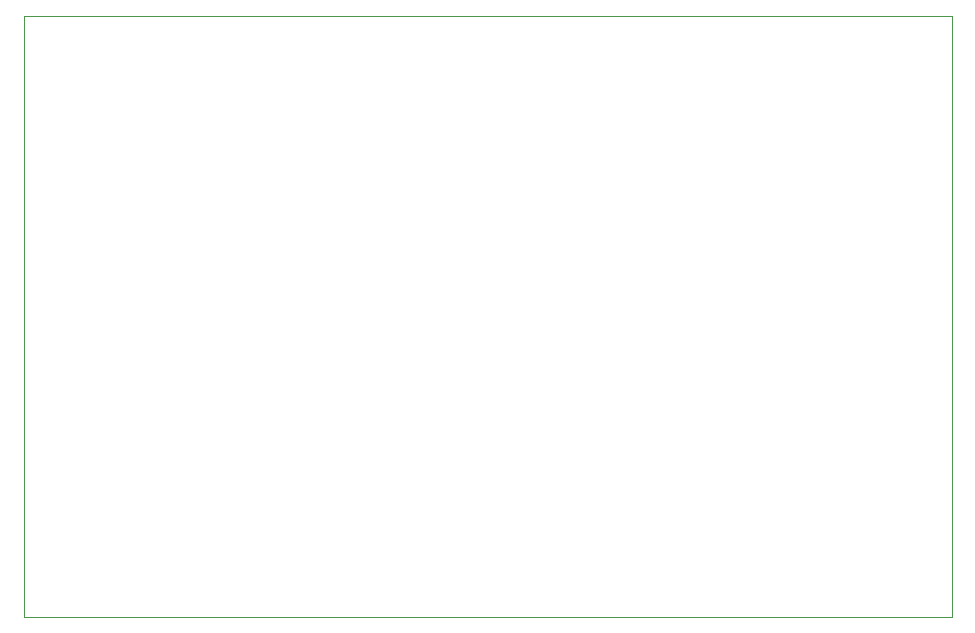
<source format=gm1>
G04 #@! TF.GenerationSoftware,KiCad,Pcbnew,(6.0.6)*
G04 #@! TF.CreationDate,2022-08-27T12:40:56+02:00*
G04 #@! TF.ProjectId,afe-power-supply,6166652d-706f-4776-9572-2d737570706c,rev?*
G04 #@! TF.SameCoordinates,Original*
G04 #@! TF.FileFunction,Profile,NP*
%FSLAX46Y46*%
G04 Gerber Fmt 4.6, Leading zero omitted, Abs format (unit mm)*
G04 Created by KiCad (PCBNEW (6.0.6)) date 2022-08-27 12:40:56*
%MOMM*%
%LPD*%
G01*
G04 APERTURE LIST*
G04 #@! TA.AperFunction,Profile*
%ADD10C,0.100000*%
G04 #@! TD*
G04 APERTURE END LIST*
D10*
X149600000Y-12350000D02*
X150350000Y-12350000D01*
X150350000Y-63300000D02*
X150350000Y-12350000D01*
X71800000Y-12350000D02*
X149600000Y-12350000D01*
X71800000Y-63300000D02*
X71800000Y-12350000D01*
X71800000Y-63300000D02*
X150350000Y-63300000D01*
M02*

</source>
